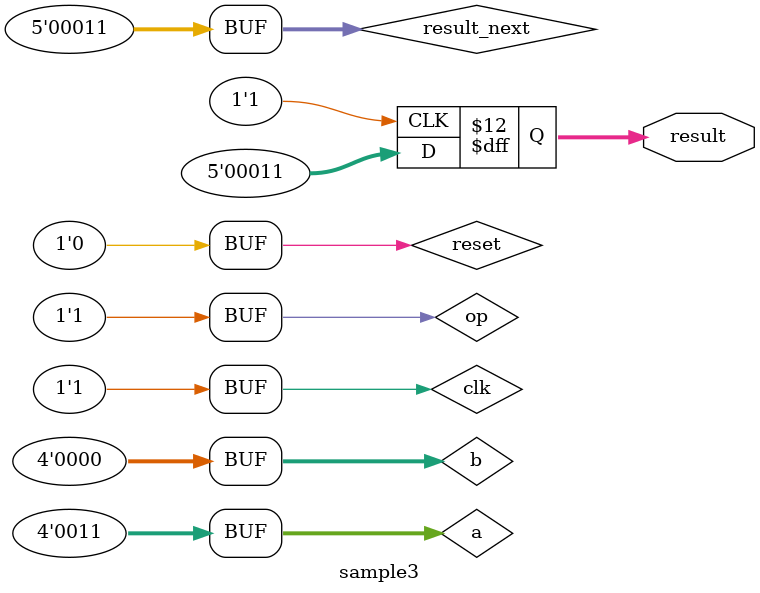
<source format=v>

module sample3(
  //input wire clk, // Just for example, not so common
  //input reset,
  //input [3:0] a,
  //input [3:0] b,
  //input op,
  output [4:0] result);

reg [4:0] result;

`ifdef WORKS_BUT_NOT_CODING_COMPLIANT
always @(posedge clk) begin
  if (reset) begin
    result <= 0;
  end else begin
    if (op) begin
      result <= a - b;
    end else begin
      result <= a + b;
    end
  end
end
`else

  reg reset;
  reg [3:0] a;
  reg [3:0] b;
  reg op;
  reg clk;

  initial begin
    //---------------------
    reset = 1;
    clk = 1;
    #1
    clk = 0;
    #1
    //---------------------
    reset = 0;
    op = 0;
    a = 3;
    b = 1;
    clk = 1;
    #1
    clk = 0;
    #1
    //---------------------
    clk = 1;
    op = 1;
    a = 3;
    b = 1;
    #1
    clk = 0;
    #1
    //---------------------
    clk = 1;
    b = 0;
    #1
    clk = 0;
    #1
    clk = 1;
  end

  reg [4:0] result_next;

  always @(a /*or b */ or op) begin
    if (op) begin
      result_next = a - b;
    end else begin
      result_next = a + b;
    end
    $display("block called %d",result_next);
  end

  // flop library in the future
  always @(posedge clk) begin
    if (reset) begin
      result <= 0;
    end else begin
      result <= result_next;
    end
  end

`endif

endmodule


</source>
